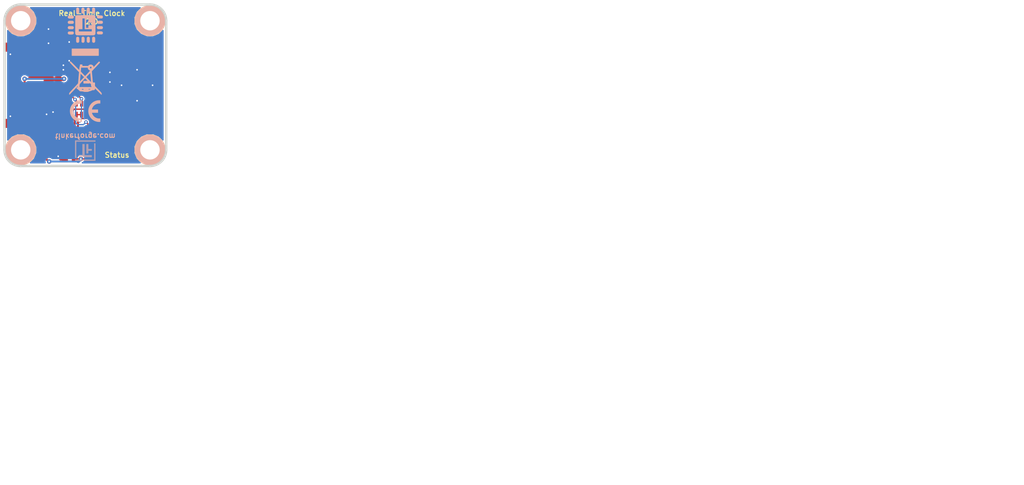
<source format=kicad_pcb>
(kicad_pcb (version 4) (host pcbnew 4.0.2+dfsg1-stable)
  (title_block (title "Real Time Clock Bricklet") (date 2018-01-15) (rev 2.0) (company "Tinkerforge GmbH") (comment 1 "Licensed under CERN OHL v.1.1") (comment 2 "Copyright (©) 2018, B.Nordmeyer <bastian@tinkerforge.com>"))
  (layers (0 Vorderseite signal) (31 Rückseite signal) (34 B.Paste user) (35 F.Paste user) (36 B.SilkS user) (37 F.SilkS user) (38 B.Mask user) (39 F.Mask user) (44 Edge.Cuts user))
  (net 0 "")
  (net 1 GND)
  (net 2 SCL)
  (net 3 SDA)
  (net 4 "Net-(P1-Pad6)")
  (net 5 "Net-(U2-Pad1)")
  (net 6 "Net-(U2-Pad2)")
  (net 7 3V3)
  (net 8 "Net-(BT1-Pad1)")
  (net 9 "Net-(C1-Pad1)")
  (net 10 "Net-(D1-Pad2)")
  (net 11 "Net-(P1-Pad4)")
  (net 12 "Net-(P1-Pad5)")
  (net 13 "Net-(P2-Pad1)")
  (net 14 "Net-(P3-Pad2)")
  (net 15 S-MISO)
  (net 16 S-MOSI)
  (net 17 S-CLK)
  (net 18 S-CS)
  (net 19 INT)
  (net 20 "Net-(R1-Pad1)")
  (net 21 "Net-(P1-Pad1)")
  (net 22 "Net-(RP2-Pad4)")
  (net 23 "Net-(U1-Pad3)")
  (net 24 "Net-(U1-Pad4)")
  (net 25 "Net-(U1-Pad5)")
  (net 26 "Net-(U1-Pad6)")
  (net 27 "Net-(U1-Pad7)")
  (net 28 "Net-(U1-Pad8)")
  (net 29 "Net-(U1-Pad11)")
  (net 30 "Net-(U1-Pad12)")
  (net 31 "Net-(U1-Pad14)")
  (net 32 "Net-(U1-Pad15)")
  (net 33 "Net-(U1-Pad18)")
  (net 34 "Net-(U1-Pad21)")
  (module kicad-libraries:QFN24-4x4mm-0.5mm (layer Vorderseite) (at 135.4 108.7)
    (fp_text reference U1)
    (fp_text value XMC1100)
    (pad 1 smd oval (at -2.025 -1.25) (size 1 0.3) (layers Vorderseite F.Paste F.Mask) (net 15 S-MISO))
    (pad 2 smd oval (at -2.025 -0.75) (size 1 0.3) (layers Vorderseite F.Paste F.Mask) (net 14 "Net-(P3-Pad2)"))
    (pad 3 smd oval (at -2.025 -0.25) (size 1 0.3) (layers Vorderseite F.Paste F.Mask) (net 23 "Net-(U1-Pad3)"))
    (pad 4 smd oval (at -2.025 0.25) (size 1 0.3) (layers Vorderseite F.Paste F.Mask) (net 24 "Net-(U1-Pad4)"))
    (pad 5 smd oval (at -2.025 0.75) (size 1 0.3) (layers Vorderseite F.Paste F.Mask) (net 25 "Net-(U1-Pad5)"))
    (pad 6 smd oval (at -2.025 1.25) (size 1 0.3) (layers Vorderseite F.Paste F.Mask) (net 26 "Net-(U1-Pad6)"))
    (pad 7 smd oval (at -1.25 2.025 90) (size 1 0.3) (layers Vorderseite F.Paste F.Mask) (net 27 "Net-(U1-Pad7)"))
    (pad 8 smd oval (at -0.75 2.025 90) (size 1 0.3) (layers Vorderseite F.Paste F.Mask) (net 28 "Net-(U1-Pad8)"))
    (pad 9 smd oval (at -0.25 2.025 90) (size 1 0.3) (layers Vorderseite F.Paste F.Mask) (net 1 GND))
    (pad 10 smd oval (at 0.25 2.025 90) (size 1 0.3) (layers Vorderseite F.Paste F.Mask) (net 7 3V3))
    (pad 11 smd oval (at 0.75 2.025 90) (size 1 0.3) (layers Vorderseite F.Paste F.Mask) (net 29 "Net-(U1-Pad11)"))
    (pad 12 smd oval (at 1.25 2.025 90) (size 1 0.3) (layers Vorderseite F.Paste F.Mask) (net 30 "Net-(U1-Pad12)"))
    (pad 13 smd oval (at 2.025 1.25) (size 1 0.3) (layers Vorderseite F.Paste F.Mask) (net 20 "Net-(R1-Pad1)"))
    (pad 14 smd oval (at 2.025 0.75) (size 1 0.3) (layers Vorderseite F.Paste F.Mask) (net 31 "Net-(U1-Pad14)"))
    (pad 15 smd oval (at 2.025 0.25) (size 1 0.3) (layers Vorderseite F.Paste F.Mask) (net 32 "Net-(U1-Pad15)"))
    (pad 16 smd oval (at 2.025 -0.25) (size 1 0.3) (layers Vorderseite F.Paste F.Mask) (net 13 "Net-(P2-Pad1)"))
    (pad 17 smd oval (at 2.025 -0.75) (size 1 0.3) (layers Vorderseite F.Paste F.Mask) (net 3 SDA))
    (pad 18 smd oval (at 2.025 -1.25) (size 1 0.3) (layers Vorderseite F.Paste F.Mask) (net 33 "Net-(U1-Pad18)"))
    (pad 19 smd oval (at 1.25 -2.025 90) (size 1 0.3) (layers Vorderseite F.Paste F.Mask) (net 2 SCL))
    (pad 20 smd oval (at 0.75 -2.025 90) (size 1 0.3) (layers Vorderseite F.Paste F.Mask) (net 19 INT))
    (pad 21 smd oval (at 0.25 -2.025 90) (size 1 0.3) (layers Vorderseite F.Paste F.Mask) (net 34 "Net-(U1-Pad21)"))
    (pad 22 smd oval (at -0.25 -2.025 90) (size 1 0.3) (layers Vorderseite F.Paste F.Mask) (net 18 S-CS))
    (pad 23 smd oval (at -0.75 -2.025 90) (size 1 0.3) (layers Vorderseite F.Paste F.Mask) (net 17 S-CLK))
    (pad 24 smd oval (at -1.25 -2.025 90) (size 1 0.3) (layers Vorderseite F.Paste F.Mask) (net 16 S-MOSI))
    (pad EXP smd rect (at 0.65 0.65) (size 1.3 1.3) (layers Vorderseite F.Paste F.Mask) (net 1 GND))
    (pad EXP smd rect (at 0.65 -0.65) (size 1.3 1.3) (layers Vorderseite F.Paste F.Mask) (net 1 GND))
    (pad EXP smd rect (at -0.65 0.65) (size 1.3 1.3) (layers Vorderseite F.Paste F.Mask) (net 1 GND))
    (pad EXP smd rect (at -0.65 -0.65) (size 1.3 1.3) (layers Vorderseite F.Paste F.Mask) (net 1 GND))
  )
  (module kicad-libraries:4X0603 (layer Vorderseite) (at 137.6 104.3)
    (fp_text reference RP2)
    (fp_text value 2k2)
    (pad 1 smd rect (at -1.19888 -0.8509) (size 0.44958 0.89916) (layers Vorderseite F.Paste F.Mask) (net 3 SDA))
    (pad 2 smd rect (at -0.39878 -0.8509) (size 0.44958 0.89916) (layers Vorderseite F.Paste F.Mask) (net 2 SCL))
    (pad 3 smd rect (at 0.39878 -0.8509) (size 0.44958 0.89916) (layers Vorderseite F.Paste F.Mask) (net 19 INT))
    (pad 4 smd rect (at 1.19888 -0.8509) (size 0.44958 0.89916) (layers Vorderseite F.Paste F.Mask) (net 22 "Net-(RP2-Pad4)"))
    (pad 5 smd rect (at 1.19888 0.8509) (size 0.44958 0.89916) (layers Vorderseite F.Paste F.Mask) (net 7 3V3))
    (pad 6 smd rect (at 0.39878 0.8509) (size 0.44958 0.89916) (layers Vorderseite F.Paste F.Mask) (net 7 3V3))
    (pad 7 smd rect (at -0.39878 0.8509) (size 0.44958 0.89916) (layers Vorderseite F.Paste F.Mask) (net 7 3V3))
    (pad 8 smd rect (at -1.19888 0.8509) (size 0.44958 0.89916) (layers Vorderseite F.Paste F.Mask) (net 7 3V3))
  )
  (module kicad-libraries:4X0402 (layer Vorderseite) (at 132.3 102.4 270)
    (fp_text reference RP1)
    (fp_text value 82)
    (pad 1 smd rect (at -0.7493 0.575 90) (size 0.29972 0.65) (layers Vorderseite F.Paste F.Mask) (net 11 "Net-(P1-Pad4)"))
    (pad 2 smd rect (at -0.24892 0.575 90) (size 0.29972 0.65) (layers Vorderseite F.Paste F.Mask) (net 12 "Net-(P1-Pad5)"))
    (pad 3 smd rect (at 0.24892 0.575 90) (size 0.29972 0.65) (layers Vorderseite F.Paste F.Mask) (net 4 "Net-(P1-Pad6)"))
    (pad 4 smd rect (at 0.7493 0.575 90) (size 0.29972 0.65) (layers Vorderseite F.Paste F.Mask) (net 9 "Net-(C1-Pad1)"))
    (pad 5 smd rect (at 0.7493 -0.575 270) (size 0.29972 0.65) (layers Vorderseite F.Paste F.Mask) (net 15 S-MISO))
    (pad 6 smd rect (at 0.24892 -0.575 270) (size 0.29972 0.65) (layers Vorderseite F.Paste F.Mask) (net 16 S-MOSI))
    (pad 7 smd rect (at -0.24892 -0.575 270) (size 0.29972 0.65) (layers Vorderseite F.Paste F.Mask) (net 17 S-CLK))
    (pad 8 smd rect (at -0.7493 -0.575 270) (size 0.29972 0.65) (layers Vorderseite F.Paste F.Mask) (net 18 S-CS))
  )
  (module kicad-libraries:R0603F (layer Vorderseite) (at 139.6 109.9)
    (fp_text reference R1)
    (fp_text value 1k)
    (pad 1 smd rect (at -0.75 0) (size 0.9 0.9) (layers Vorderseite F.Paste F.Mask) (net 20 "Net-(R1-Pad1)"))
    (pad 2 smd rect (at 0.75 0) (size 0.9 0.9) (layers Vorderseite F.Paste F.Mask) (net 10 "Net-(D1-Pad2)"))
  )
  (module kicad-libraries:SolderJumper (layer Vorderseite) (at 131.8 106.3 270)
    (fp_text reference P3)
    (fp_text value Boot)
    (pad 2 smd rect (at 0.55 0 270) (size 0.3 1.4) (layers Vorderseite F.Mask) (net 14 "Net-(P3-Pad2)"))
    (pad 2 smd rect (at 0.15 0 270) (size 0.6 0.5) (layers Vorderseite F.Mask) (net 14 "Net-(P3-Pad2)"))
    (pad 1 smd rect (at -0.5 0 270) (size 0.4 1.4) (layers Vorderseite F.Mask) (net 1 GND))
    (pad 1 smd rect (at -0.225 0.55 270) (size 0.95 0.3) (layers Vorderseite F.Mask) (net 1 GND))
    (pad 1 smd rect (at -0.225 -0.55 270) (size 0.95 0.3) (layers Vorderseite F.Mask) (net 1 GND))
  )
  (module kicad-libraries:DEBUG_PAD (layer Vorderseite) (at 138.9 108.4)
    (fp_text reference P2)
    (fp_text value Debug)
    (pad 1 smd circle (at 0 0) (size 0.7 0.7) (layers Vorderseite F.Paste F.Mask) (net 13 "Net-(P2-Pad1)"))
  )
  (module kicad-libraries:CON-SENSOR2 (layer Vorderseite) (at 125.3 100.6 270)
    (fp_text reference P1)
    (fp_text value CON-SENSOR)
    (pad 1 smd rect (at -3.75 -4.6 270) (size 0.6 1.8) (layers Vorderseite F.Paste F.Mask) (net 21 "Net-(P1-Pad1)"))
    (pad 2 smd rect (at -2.5 -4.6 270) (size 0.6 1.8) (layers Vorderseite F.Paste F.Mask) (net 1 GND))
    (pad EP smd rect (at -5.9 -1.2 270) (size 1.4 2.4) (layers Vorderseite F.Paste F.Mask) (net 1 GND))
    (pad EP smd rect (at 5.9 -1.2 270) (size 1.4 2.4) (layers Vorderseite F.Paste F.Mask) (net 1 GND))
    (pad 3 smd rect (at -1.25 -4.6 270) (size 0.6 1.8) (layers Vorderseite F.Paste F.Mask) (net 7 3V3))
    (pad 4 smd rect (at 0 -4.6 270) (size 0.6 1.8) (layers Vorderseite F.Paste F.Mask) (net 11 "Net-(P1-Pad4)"))
    (pad 5 smd rect (at 1.25 -4.6 270) (size 0.6 1.8) (layers Vorderseite F.Paste F.Mask) (net 12 "Net-(P1-Pad5)"))
    (pad 6 smd rect (at 2.5 -4.6 270) (size 0.6 1.8) (layers Vorderseite F.Paste F.Mask) (net 4 "Net-(P1-Pad6)"))
    (pad 7 smd rect (at 3.75 -4.6 270) (size 0.6 1.8) (layers Vorderseite F.Paste F.Mask) (net 9 "Net-(C1-Pad1)"))
  )
  (module kicad-libraries:D0603F (layer Vorderseite) (at 142.7 109.9 180)
    (fp_text reference D1)
    (fp_text value blue)
    (pad 1 smd rect (at -0.75 0 180) (size 0.9 0.9) (layers Vorderseite F.Paste F.Mask) (net 7 3V3))
    (pad 2 smd rect (at 0.75 0 180) (size 0.9 0.9) (layers Vorderseite F.Paste F.Mask) (net 10 "Net-(D1-Pad2)"))
  )
  (module kicad-libraries:C0603F (layer Vorderseite) (at 140.8 97.8 270)
    (fp_text reference C6)
    (fp_text value 100nF)
    (pad 1 smd rect (at -0.75 0 270) (size 0.9 0.9) (layers Vorderseite F.Paste F.Mask) (net 8 "Net-(BT1-Pad1)"))
    (pad 2 smd rect (at 0.75 0 270) (size 0.9 0.9) (layers Vorderseite F.Paste F.Mask) (net 1 GND))
  )
  (module kicad-libraries:C0603F (layer Vorderseite) (at 140.8 100.8 90)
    (fp_text reference C5)
    (fp_text value 100nF)
    (pad 1 smd rect (at -0.75 0 90) (size 0.9 0.9) (layers Vorderseite F.Paste F.Mask) (net 7 3V3))
    (pad 2 smd rect (at 0.75 0 90) (size 0.9 0.9) (layers Vorderseite F.Paste F.Mask) (net 1 GND))
  )
  (module kicad-libraries:C0603F (layer Vorderseite) (at 135.4 112 180)
    (fp_text reference C4)
    (fp_text value 100nF)
    (pad 1 smd rect (at -0.75 0 180) (size 0.9 0.9) (layers Vorderseite F.Paste F.Mask) (net 7 3V3))
    (pad 2 smd rect (at 0.75 0 180) (size 0.9 0.9) (layers Vorderseite F.Paste F.Mask) (net 1 GND))
  )
  (module kicad-libraries:C0603F (layer Vorderseite) (at 133.6 98.9 90)
    (fp_text reference C3)
    (fp_text value 100nF)
    (pad 1 smd rect (at -0.75 0 90) (size 0.9 0.9) (layers Vorderseite F.Paste F.Mask) (net 7 3V3))
    (pad 2 smd rect (at 0.75 0 90) (size 0.9 0.9) (layers Vorderseite F.Paste F.Mask) (net 1 GND))
  )
  (module kicad-libraries:C0805E (layer Vorderseite) (at 132.1 98.7 90)
    (fp_text reference C2)
    (fp_text value 10uF)
    (pad 1 smd rect (at -0.95 0 90) (size 1.3 1.5) (layers Vorderseite F.Paste F.Mask) (net 7 3V3) (clearance 0.14986))
    (pad 2 smd rect (at 0.95 0 90) (size 1.3 1.5) (layers Vorderseite F.Paste F.Mask) (net 1 GND) (clearance 0.14986))
  )
  (module kicad-libraries:Fiducial_Mark (layer Vorderseite) (at 143.8 93.1)
    (fp_text reference Fiducial_Mark hide)
    (fp_text value VAL** hide)
    (pad 1 smd circle (at 0 0) (size 1.00076 1.00076) (layers Vorderseite F.Paste F.Mask) (clearance 0.65024))
  )
  (module kicad-libraries:Fiducial_Mark (layer Vorderseite) (at 131.8 89.6)
    (fp_text reference Fiducial_Mark hide)
    (fp_text value VAL** hide)
    (pad 1 smd circle (at 0 0) (size 1.00076 1.00076) (layers Vorderseite F.Paste F.Mask) (clearance 0.65024))
  )
  (module kicad-libraries:Fiducial_Mark (layer Vorderseite) (at 144.8 107.6)
    (fp_text reference Fiducial_Mark hide)
    (fp_text value VAL** hide)
    (pad 1 smd circle (at 0 0) (size 1.00076 1.00076) (layers Vorderseite F.Paste F.Mask) (clearance 0.65024))
  )
  (module kicad-libraries:CE_5mm (layer Rückseite) (at 137.8 104.6)
    (fp_text reference VAL hide)
    (fp_text value CE_5mm hide)
  )
  (module kicad-libraries:Logo_31x31 (layer Rückseite) (at 136.2 112.3)
    (fp_text reference G*** hide)
    (fp_text value Logo_31x31 hide)
  )
  (module kicad-libraries:DRILL_NP (layer Vorderseite) (at 127.8 90.6 270)
    (fp_text reference U3 hide)
    (fp_text value DRILL hide)
    (pad "" np_thru_hole circle (at 0 0 270) (size 2.99974 2.99974) (drill 2.99974) (layers *.Cu *.Mask F.SilkS) (clearance 0.89916))
  )
  (module kicad-libraries:DRILL_NP (layer Vorderseite) (at 127.8 110.6 90)
    (fp_text reference U6 hide)
    (fp_text value DRILL hide)
    (pad "" np_thru_hole circle (at 0 0 90) (size 2.99974 2.99974) (drill 2.99974) (layers *.Cu *.Mask F.SilkS) (clearance 0.89916))
  )
  (module kicad-libraries:DRILL_NP (layer Vorderseite) (at 147.8 90.6)
    (fp_text reference U5 hide)
    (fp_text value DRILL hide)
    (pad "" np_thru_hole circle (at 0 0) (size 2.99974 2.99974) (drill 2.99974) (layers *.Cu *.Mask F.SilkS) (clearance 0.89916))
  )
  (module kicad-libraries:DRILL_NP (layer Vorderseite) (at 147.8 110.6 90)
    (fp_text reference U4 hide)
    (fp_text value DRILL hide)
    (pad "" np_thru_hole circle (at 0 0 90) (size 2.99974 2.99974) (drill 2.99974) (layers *.Cu *.Mask F.SilkS) (clearance 0.89916))
  )
  (module kicad-libraries:Logo_CoMCU (layer Rückseite) (at 137.8 91.3)
    (fp_text reference G*** hide)
    (fp_text value LOGO hide)
  )
  (module kicad-libraries:WEEE_7mm (layer Rückseite) (at 137.8 98.5)
    (fp_text reference VAL hide)
    (fp_text value WEEE_7mm_back hide)
  )
  (module kicad-libraries:BATTERY_HOLDER_2998 (layer Vorderseite) (at 145.8 100.6 90)
    (fp_text reference BT1)
    (fp_text value BATTERY)
    (pad 1 smd rect (at -4.7 0 90) (size 1.78 5.08) (layers Vorderseite F.Paste F.Mask) (net 8 "Net-(BT1-Pad1)"))
    (pad 1 smd rect (at 4.7 0 90) (size 1.78 5.08) (layers Vorderseite F.Paste F.Mask) (net 8 "Net-(BT1-Pad1)"))
    (pad 2 smd rect (at 0 0 90) (size 3.96 3.96) (layers Vorderseite F.Mask) (net 1 GND))
  )
  (module kicad-libraries:SO-8 (layer Vorderseite) (at 137.2 98.2 180)
    (fp_text reference U2)
    (fp_text value PCF85263AT)
    (pad 1 smd rect (at -1.90246 2.86766) (size 0.79756 2.19964) (layers Vorderseite F.Paste F.Mask) (net 5 "Net-(U2-Pad1)"))
    (pad 2 smd rect (at -0.63246 2.86766) (size 0.79756 2.19964) (layers Vorderseite F.Paste F.Mask) (net 6 "Net-(U2-Pad2)"))
    (pad 3 smd rect (at 0.63246 2.86766) (size 0.79756 2.19964) (layers Vorderseite F.Paste F.Mask) (net 8 "Net-(BT1-Pad1)"))
    (pad 4 smd rect (at 1.90246 2.86766) (size 0.79756 2.19964) (layers Vorderseite F.Paste F.Mask) (net 1 GND))
    (pad 5 smd rect (at 1.90246 -2.86766 180) (size 0.79756 2.19964) (layers Vorderseite F.Paste F.Mask) (net 3 SDA))
    (pad 6 smd rect (at 0.63246 -2.86766 180) (size 0.79756 2.19964) (layers Vorderseite F.Paste F.Mask) (net 2 SCL))
    (pad 7 smd rect (at -0.63246 -2.86766 180) (size 0.79756 2.19964) (layers Vorderseite F.Paste F.Mask) (net 19 INT))
    (pad 8 smd rect (at -1.90246 -2.86766 180) (size 0.79756 2.19964) (layers Vorderseite F.Paste F.Mask) (net 7 3V3))
  )
  (module kicad-libraries:AB26TRQ (layer Vorderseite) (at 132.1 93 90)
    (fp_text reference X1)
    (fp_text value 32.768kHz)
    (pad 3 smd rect (at 0 0 90) (size 1.5 2.4) (layers Vorderseite F.Paste F.Mask) (net 1 GND))
    (pad 1 smd rect (at -0.45 5.55 90) (size 0.6 1.1) (layers Vorderseite F.Paste F.Mask) (net 6 "Net-(U2-Pad2)"))
    (pad 2 smd rect (at 0.45 5.55 90) (size 0.6 1.1) (layers Vorderseite F.Paste F.Mask) (net 5 "Net-(U2-Pad1)"))
  )
  (module kicad-libraries:C0402F (layer Vorderseite) (at 132.3 104.1)
    (fp_text reference C1)
    (fp_text value 220pF)
    (pad 2 smd rect (at 0.5 0) (size 0.6 0.7) (layers Vorderseite F.Paste F.Mask) (net 1 GND))
    (pad 1 smd rect (at -0.5 0) (size 0.6 0.7) (layers Vorderseite F.Paste F.Mask) (net 9 "Net-(C1-Pad1)"))
  )
  (gr_text Status (at 142.7 111.4) (layer F.SilkS) (effects (font (size 0.8001 0.8001) (thickness 0.14986))))
  (gr_line (start 150.3 110.6) (end 150.3 90.6) (angle 90) (layer Edge.Cuts) (width 0.381))
  (gr_line (start 127.8 113.1) (end 147.8 113.1) (angle 90) (layer Edge.Cuts) (width 0.381))
  (gr_line (start 125.3 90.6) (end 125.3 110.6) (angle 90) (layer Edge.Cuts) (width 0.381))
  (gr_line (start 147.8 88.1) (end 127.8 88.1) (angle 90) (layer Edge.Cuts) (width 0.381))
  (gr_arc (start 127.8 90.6) (end 125.3 90.6) (angle 90) (layer Edge.Cuts) (width 0.381))
  (gr_arc (start 127.8 110.6) (end 127.8 113.1) (angle 90) (layer Edge.Cuts) (width 0.381))
  (gr_arc (start 147.8 110.6) (end 150.3 110.6) (angle 90) (layer Edge.Cuts) (width 0.381))
  (gr_arc (start 147.8 90.6) (end 147.8 88.1) (angle 90) (layer Edge.Cuts) (width 0.381))
  (gr_text tinkerforge.com (at 137.8 108.5 180) (layer B.SilkS) (effects (font (size 0.8001 0.8001) (thickness 0.14986)) (justify mirror)))
  (gr_text "Real-Time Clock\n2.0" (at 138.8 90.1) (layer F.SilkS) (effects (font (size 0.8001 0.8001) (thickness 0.14986))))
  (segment (start 132.8 104.1) (end 132.8 104.75) (width 0.5) (layer Vorderseite) (net 1))
  (via (at 132.8 104.75) (size 0.55) (drill 0.25) (layers Vorderseite Rückseite) (net 1))
  (segment (start 131.8 105.8) (end 132.3 105.8) (width 0.2) (layer Vorderseite) (net 1))
  (segment (start 132.3 105.8) (end 132.3 106.2) (width 0.2) (layer Vorderseite) (net 1))
  (segment (start 132.3 106.2) (end 132.35 106.075) (width 0.2) (layer Vorderseite) (net 1))
  (segment (start 131.25 106.075) (end 131.25 105.85) (width 0.2) (layer Vorderseite) (net 1))
  (segment (start 131.25 105.85) (end 131.3 105.8) (width 0.2) (layer Vorderseite) (net 1))
  (segment (start 131.3 105.8) (end 131.8 105.8) (width 0.2) (layer Vorderseite) (net 1))
  (segment (start 131.8 105.8) (end 131.8 105.1) (width 0.2) (layer Vorderseite) (net 1))
  (via (at 131.8 105.1) (size 0.7) (drill 0.25) (layers Vorderseite Rückseite) (net 1))
  (segment (start 132.1 93) (end 132.1 91.9) (width 0.5) (layer Vorderseite) (net 1))
  (via (at 132.1 91.9) (size 0.7) (drill 0.25) (layers Vorderseite Rückseite) (net 1))
  (segment (start 132.1 93) (end 132.1 94.1) (width 0.5) (layer Vorderseite) (net 1))
  (via (at 132.1 94.1) (size 0.7) (drill 0.25) (layers Vorderseite Rückseite) (net 1))
  (segment (start 135.29754 95.33234) (end 135.29754 93.90246) (width 0.5) (layer Vorderseite) (net 1))
  (via (at 135.3 93.9) (size 0.7) (drill 0.25) (layers Vorderseite Rückseite) (net 1))
  (segment (start 135.29754 93.90246) (end 135.3 93.9) (width 0.5) (layer Vorderseite) (net 1))
  (segment (start 135.29754 95.33234) (end 135.29754 96.79754) (width 0.5) (layer Vorderseite) (net 1))
  (via (at 135.3 96.8) (size 0.7) (drill 0.25) (layers Vorderseite Rückseite) (net 1))
  (segment (start 135.29754 96.79754) (end 135.3 96.8) (width 0.5) (layer Vorderseite) (net 1))
  (segment (start 140.8 98.55) (end 141.55 98.55) (width 0.5) (layer Vorderseite) (net 1))
  (via (at 141.6 98.6) (size 0.7) (drill 0.25) (layers Vorderseite Rückseite) (net 1))
  (segment (start 141.55 98.55) (end 141.6 98.6) (width 0.5) (layer Vorderseite) (net 1))
  (segment (start 140.8 100.05) (end 141.55 100.05) (width 0.5) (layer Vorderseite) (net 1))
  (via (at 141.6 100.1) (size 0.7) (drill 0.25) (layers Vorderseite Rückseite) (net 1))
  (segment (start 141.55 100.05) (end 141.6 100.1) (width 0.5) (layer Vorderseite) (net 1))
  (segment (start 136.05 109.35) (end 136.05 108.05) (width 0.29972) (layer Vorderseite) (net 1))
  (segment (start 134.75 109.35) (end 136.05 109.35) (width 0.29972) (layer Vorderseite) (net 1))
  (segment (start 134.75 109.35) (end 134.75 108.05) (width 0.29972) (layer Vorderseite) (net 1))
  (segment (start 135.15 110.725) (end 135.15 109.75) (width 0.29972) (layer Vorderseite) (net 1))
  (segment (start 135.15 109.75) (end 134.75 109.35) (width 0.29972) (layer Vorderseite) (net 1))
  (segment (start 135.15 110.725) (end 135.15 111.25) (width 0.29972) (layer Vorderseite) (net 1))
  (segment (start 135.15 111.25) (end 134.65 111.75) (width 0.29972) (layer Vorderseite) (net 1))
  (segment (start 134.65 111.75) (end 134.65 112) (width 0.29972) (layer Vorderseite) (net 1))
  (segment (start 134.65 112) (end 134 112) (width 0.5) (layer Vorderseite) (net 1))
  (via (at 133.6 111.6) (size 0.7) (drill 0.25) (layers Vorderseite Rückseite) (net 1))
  (segment (start 134 112) (end 133.6 111.6) (width 0.5) (layer Vorderseite) (net 1))
  (segment (start 133.6 98.15) (end 133.75 98.15) (width 0.59944) (layer Vorderseite) (net 1))
  (segment (start 133.75 98.15) (end 134.4 97.5) (width 0.59944) (layer Vorderseite) (net 1))
  (via (at 134.4 97.5) (size 0.7) (drill 0.25) (layers Vorderseite Rückseite) (net 1))
  (segment (start 133.6 98.15) (end 134.35 98.15) (width 0.59944) (layer Vorderseite) (net 1))
  (via (at 134.4 98.2) (size 0.7) (drill 0.25) (layers Vorderseite Rückseite) (net 1))
  (segment (start 134.35 98.15) (end 134.4 98.2) (width 0.59944) (layer Vorderseite) (net 1))
  (segment (start 132.1 97.75) (end 132.75 97.75) (width 0.59944) (layer Vorderseite) (net 1))
  (segment (start 132.75 97.75) (end 133.15 98.15) (width 0.59944) (layer Vorderseite) (net 1))
  (segment (start 133.15 98.15) (end 133.6 98.15) (width 0.59944) (layer Vorderseite) (net 1))
  (segment (start 129.9 98.1) (end 130.9 98.1) (width 0.59944) (layer Vorderseite) (net 1))
  (segment (start 131.25 97.75) (end 132.1 97.75) (width 0.59944) (layer Vorderseite) (net 1))
  (segment (start 130.9 98.1) (end 131.25 97.75) (width 0.59944) (layer Vorderseite) (net 1))
  (via (at 143.4 100.6) (size 0.70104) (layers Vorderseite Rückseite) (net 1))
  (segment (start 145.8 100.6) (end 143.4 100.6) (width 0.8001) (layer Vorderseite) (net 1))
  (via (at 148.2 100.6) (size 0.70104) (layers Vorderseite Rückseite) (net 1))
  (segment (start 145.8 100.6) (end 148.2 100.6) (width 0.8001) (layer Vorderseite) (net 1))
  (via (at 145.8 98.2) (size 0.70104) (layers Vorderseite Rückseite) (net 1))
  (segment (start 145.8 100.6) (end 145.8 98.2) (width 0.8001) (layer Vorderseite) (net 1))
  (via (at 145.8 103) (size 0.70104) (layers Vorderseite Rückseite) (net 1))
  (segment (start 145.8 100.6) (end 145.8 103) (width 0.8001) (layer Vorderseite) (net 1))
  (segment (start 126.19916 105.40084) (end 126.2 105.4) (width 0.8001) (layer Vorderseite) (net 1))
  (via (at 126.2 105.4) (size 0.70104) (layers Vorderseite Rückseite) (net 1))
  (segment (start 126.19916 106.39882) (end 126.19916 105.40084) (width 0.8001) (layer Vorderseite) (net 1))
  (segment (start 126.19916 95.79916) (end 126.2 95.8) (width 0.8001) (layer Vorderseite) (net 1))
  (via (at 126.2 95.8) (size 0.70104) (layers Vorderseite Rückseite) (net 1))
  (segment (start 126.19916 94.80118) (end 126.19916 95.79916) (width 0.8001) (layer Vorderseite) (net 1))
  (segment (start 136.65 106.675) (end 136.65 106.35) (width 0.2) (layer Vorderseite) (net 2))
  (segment (start 136.65 106.35) (end 136.9 106.1) (width 0.2) (layer Vorderseite) (net 2))
  (via (at 136.9 106.1) (size 0.55) (drill 0.25) (layers Vorderseite Rückseite) (net 2))
  (segment (start 136.9 106.1) (end 137.2 105.8) (width 0.2) (layer Rückseite) (net 2))
  (segment (start 137.2 105.8) (end 137.2 102.7) (width 0.2) (layer Rückseite) (net 2))
  (via (at 137.2 102.7) (size 0.55) (drill 0.25) (layers Vorderseite Rückseite) (net 2))
  (segment (start 136.56754 101.06766) (end 136.56754 102.06754) (width 0.2) (layer Vorderseite) (net 2))
  (segment (start 136.56754 102.06754) (end 137.2 102.7) (width 0.2) (layer Vorderseite) (net 2))
  (segment (start 137.2 102.7) (end 137.20122 102.70122) (width 0.2) (layer Vorderseite) (net 2))
  (segment (start 137.20122 102.70122) (end 137.20122 103.4491) (width 0.2) (layer Vorderseite) (net 2))
  (segment (start 137.425 107.95) (end 137.95 107.95) (width 0.2) (layer Vorderseite) (net 3))
  (segment (start 138.2 106.6) (end 137.9 106.3) (width 0.2) (layer Vorderseite) (net 3))
  (segment (start 138.2 107.7) (end 138.2 106.6) (width 0.2) (layer Vorderseite) (net 3))
  (segment (start 137.95 107.95) (end 138.2 107.7) (width 0.2) (layer Vorderseite) (net 3))
  (via (at 136.2 102.8) (size 0.55) (drill 0.25) (layers Vorderseite Rückseite) (net 3))
  (via (at 137.9 106.3) (size 0.55) (drill 0.25) (layers Vorderseite Rückseite) (net 3))
  (segment (start 137.9 106.3) (end 137.5 106.7) (width 0.2) (layer Rückseite) (net 3))
  (segment (start 137.5 106.7) (end 136.6 106.7) (width 0.2) (layer Rückseite) (net 3))
  (segment (start 136.6 106.7) (end 136.3 106.4) (width 0.2) (layer Rückseite) (net 3))
  (segment (start 136.3 106.4) (end 136.3 102.9) (width 0.2) (layer Rückseite) (net 3))
  (segment (start 136.3 102.9) (end 136.2 102.8) (width 0.2) (layer Rückseite) (net 3))
  (segment (start 136.40112 103.4491) (end 136.40112 103.00112) (width 0.2) (layer Vorderseite) (net 3))
  (segment (start 136.40112 103.00112) (end 136.2 102.8) (width 0.2) (layer Vorderseite) (net 3))
  (segment (start 136.2 102.8) (end 135.29754 101.89754) (width 0.2) (layer Vorderseite) (net 3))
  (segment (start 135.29754 101.89754) (end 135.29754 101.06766) (width 0.2) (layer Vorderseite) (net 3))
  (segment (start 129.9 103.1) (end 130.6 103.1) (width 0.2) (layer Vorderseite) (net 4))
  (segment (start 130.6 103.1) (end 131.05108 102.64892) (width 0.2) (layer Vorderseite) (net 4))
  (segment (start 131.05108 102.64892) (end 131.725 102.64892) (width 0.2) (layer Vorderseite) (net 4))
  (segment (start 130.14338 103.16754) (end 130.0752 103.09936) (width 0.29972) (layer Vorderseite) (net 4))
  (segment (start 139.10246 95.33234) (end 139.10246 93.40246) (width 0.29972) (layer Vorderseite) (net 5))
  (segment (start 138.25 92.55) (end 137.65 92.55) (width 0.29972) (layer Vorderseite) (net 5))
  (segment (start 139.10246 93.40246) (end 138.25 92.55) (width 0.29972) (layer Vorderseite) (net 5))
  (segment (start 137.65 93.45) (end 137.65 95.14988) (width 0.29972) (layer Vorderseite) (net 6))
  (segment (start 137.65 95.14988) (end 137.83246 95.33234) (width 0.29972) (layer Vorderseite) (net 6))
  (segment (start 132.2 112.4) (end 132.1 112.4) (width 0.29972) (layer Vorderseite) (net 7))
  (segment (start 131.8 112.1) (end 131.8 108.6) (width 0.29972) (layer Vorderseite) (net 7))
  (segment (start 132.1 112.4) (end 131.8 112.1) (width 0.29972) (layer Vorderseite) (net 7))
  (segment (start 143.45 109.9) (end 143.45 110.55) (width 0.2) (layer Vorderseite) (net 7))
  (segment (start 140 110.8) (end 139.6 111.2) (width 0.2) (layer Vorderseite) (net 7))
  (segment (start 143.2 110.8) (end 140 110.8) (width 0.2) (layer Vorderseite) (net 7))
  (segment (start 143.45 110.55) (end 143.2 110.8) (width 0.2) (layer Vorderseite) (net 7))
  (segment (start 137.1 112) (end 138.8 112) (width 0.2) (layer Vorderseite) (net 7))
  (segment (start 139.6 106.6) (end 139.4 106.4) (width 0.2) (layer Vorderseite) (net 7))
  (segment (start 139.6 111.2) (end 139.6 106.6) (width 0.2) (layer Vorderseite) (net 7))
  (segment (start 138.8 112) (end 139.6 111.2) (width 0.2) (layer Vorderseite) (net 7))
  (segment (start 135.65 110.725) (end 135.65 111.25) (width 0.29972) (layer Vorderseite) (net 7))
  (segment (start 135.65 111.25) (end 136.15 111.75) (width 0.29972) (layer Vorderseite) (net 7))
  (segment (start 136.15 111.75) (end 136.15 112) (width 0.29972) (layer Vorderseite) (net 7))
  (segment (start 133.6 99.65) (end 134.45 99.65) (width 0.59944) (layer Vorderseite) (net 7))
  (segment (start 134.45 99.65) (end 134.5 99.6) (width 0.59944) (layer Vorderseite) (net 7))
  (via (at 134.5 99.6) (size 0.7) (drill 0.25) (layers Vorderseite Rückseite) (net 7))
  (segment (start 134.5 99.6) (end 128.4 99.6) (width 0.29972) (layer Rückseite) (net 7))
  (via (at 128.4 99.6) (size 0.7) (drill 0.25) (layers Vorderseite Rückseite) (net 7))
  (segment (start 128.4 99.6) (end 128.4 105.2) (width 0.29972) (layer Vorderseite) (net 7))
  (segment (start 128.4 105.2) (end 131.8 108.6) (width 0.29972) (layer Vorderseite) (net 7))
  (via (at 137.1 112) (size 0.7) (drill 0.25) (layers Vorderseite Rückseite) (net 7))
  (segment (start 136.7 112.4) (end 137.1 112) (width 0.5) (layer Rückseite) (net 7))
  (segment (start 132.2 112.4) (end 136.7 112.4) (width 0.29972) (layer Rückseite) (net 7))
  (via (at 132.2 112.4) (size 0.7) (drill 0.25) (layers Vorderseite Rückseite) (net 7))
  (segment (start 132.1 99.65) (end 133.6 99.65) (width 0.59944) (layer Vorderseite) (net 7))
  (segment (start 129.9 99.35) (end 131.8 99.35) (width 0.59944) (layer Vorderseite) (net 7))
  (segment (start 131.8 99.35) (end 132.1 99.65) (width 0.59944) (layer Vorderseite) (net 7))
  (segment (start 140.8 101.55) (end 139.5848 101.55) (width 0.2) (layer Vorderseite) (net 7))
  (segment (start 139.5848 101.55) (end 139.10246 101.06766) (width 0.2) (layer Vorderseite) (net 7))
  (segment (start 139.4 106.4) (end 139.4 106) (width 0.2) (layer Vorderseite) (net 7))
  (segment (start 139.4 106) (end 140.8 104.6) (width 0.2) (layer Vorderseite) (net 7))
  (segment (start 140.8 104.6) (end 140.8 101.55) (width 0.2) (layer Vorderseite) (net 7))
  (segment (start 138.15 105.75) (end 137.35 105.75) (width 0.2) (layer Vorderseite) (net 7))
  (segment (start 137.20122 105.60122) (end 137.20122 105.1509) (width 0.2) (layer Vorderseite) (net 7))
  (segment (start 137.35 105.75) (end 137.20122 105.60122) (width 0.2) (layer Vorderseite) (net 7))
  (segment (start 137.99878 105.1509) (end 137.99878 105.59878) (width 0.2) (layer Vorderseite) (net 7))
  (segment (start 137.99878 105.59878) (end 138.15 105.75) (width 0.2) (layer Vorderseite) (net 7))
  (segment (start 138.15 105.75) (end 138.19888 105.79888) (width 0.2) (layer Vorderseite) (net 7))
  (segment (start 138.19888 105.79888) (end 138.79888 105.79888) (width 0.2) (layer Vorderseite) (net 7))
  (segment (start 136.15 112) (end 137.1 112) (width 0.2) (layer Vorderseite) (net 7))
  (segment (start 138.79888 105.79888) (end 138.79888 105.1509) (width 0.2) (layer Vorderseite) (net 7))
  (segment (start 139.4 106.4) (end 138.79888 105.79888) (width 0.2) (layer Vorderseite) (net 7))
  (segment (start 136.40112 105.1509) (end 137.20122 105.1509) (width 0.2) (layer Vorderseite) (net 7))
  (segment (start 140.8 97.05) (end 141.65 97.05) (width 0.5) (layer Vorderseite) (net 8))
  (segment (start 142.8 95.9) (end 145.8 95.9) (width 0.5) (layer Vorderseite) (net 8))
  (segment (start 141.65 97.05) (end 142.8 95.9) (width 0.5) (layer Vorderseite) (net 8))
  (segment (start 136.56754 95.33234) (end 136.56754 96.36754) (width 0.5) (layer Vorderseite) (net 8))
  (segment (start 136.56754 96.36754) (end 137.3 97.1) (width 0.5) (layer Vorderseite) (net 8))
  (segment (start 137.3 97.1) (end 140.75 97.1) (width 0.5) (layer Vorderseite) (net 8))
  (segment (start 140.75 97.1) (end 140.8 97.05) (width 0.5) (layer Vorderseite) (net 8))
  (segment (start 143.6 105.3) (end 145.8 105.3) (width 0.5) (layer Vorderseite) (net 8))
  (segment (start 148 95.9) (end 145.8 95.9) (width 0.5) (layer Vorderseite) (net 8))
  (segment (start 148.4 105.3) (end 149.3 104.4) (width 0.5) (layer Vorderseite) (net 8))
  (segment (start 149.3 104.4) (end 149.3 97.2) (width 0.5) (layer Vorderseite) (net 8))
  (segment (start 149.3 97.2) (end 148 95.9) (width 0.5) (layer Vorderseite) (net 8))
  (segment (start 145.8 105.3) (end 148.4 105.3) (width 0.5) (layer Vorderseite) (net 8))
  (segment (start 129.9 104.35) (end 130.95 104.35) (width 0.2) (layer Vorderseite) (net 9))
  (segment (start 131.2 104.1) (end 131.65 104.1) (width 0.2) (layer Vorderseite) (net 9))
  (segment (start 130.95 104.35) (end 131.2 104.1) (width 0.2) (layer Vorderseite) (net 9))
  (segment (start 131.725 103.1493) (end 131.725 104.025) (width 0.2) (layer Vorderseite) (net 9))
  (segment (start 131.725 104.025) (end 131.65 104.1) (width 0.2) (layer Vorderseite) (net 9))
  (segment (start 140.35 109.9) (end 141.95 109.9) (width 0.2) (layer Vorderseite) (net 10))
  (segment (start 129.9 100.6) (end 130.4 100.6) (width 0.2) (layer Vorderseite) (net 11))
  (segment (start 130.4 100.6) (end 131.4507 101.6507) (width 0.2) (layer Vorderseite) (net 11))
  (segment (start 131.4507 101.6507) (end 131.725 101.6507) (width 0.2) (layer Vorderseite) (net 11))
  (segment (start 131.725 102.15108) (end 131.35108 102.15108) (width 0.2) (layer Vorderseite) (net 12))
  (segment (start 131.05 101.85) (end 129.9 101.85) (width 0.2) (layer Vorderseite) (net 12))
  (segment (start 131.35108 102.15108) (end 131.05 101.85) (width 0.2) (layer Vorderseite) (net 12))
  (segment (start 137.425 108.45) (end 138.85 108.45) (width 0.2) (layer Vorderseite) (net 13))
  (segment (start 138.85 108.45) (end 138.9 108.4) (width 0.2) (layer Vorderseite) (net 13))
  (segment (start 131.8 106.85) (end 131.8 106.45) (width 0.2) (layer Vorderseite) (net 14))
  (segment (start 133.375 107.95) (end 132.55 107.95) (width 0.2) (layer Vorderseite) (net 14))
  (segment (start 131.8 107.2) (end 131.8 106.85) (width 0.2) (layer Vorderseite) (net 14))
  (segment (start 132.55 107.95) (end 131.8 107.2) (width 0.2) (layer Vorderseite) (net 14))
  (segment (start 132.875 103.1493) (end 133.2493 103.1493) (width 0.2) (layer Vorderseite) (net 15))
  (segment (start 133.6 107.225) (end 133.375 107.45) (width 0.2) (layer Vorderseite) (net 15))
  (segment (start 133.6 103.5) (end 133.6 107.225) (width 0.2) (layer Vorderseite) (net 15))
  (segment (start 133.2493 103.1493) (end 133.6 103.5) (width 0.2) (layer Vorderseite) (net 15))
  (segment (start 134.15 106.675) (end 134.15 103.45) (width 0.2) (layer Vorderseite) (net 16))
  (segment (start 133.34892 102.64892) (end 132.875 102.64892) (width 0.2) (layer Vorderseite) (net 16))
  (segment (start 134.15 103.45) (end 133.34892 102.64892) (width 0.2) (layer Vorderseite) (net 16))
  (segment (start 134.65 106.675) (end 134.65 103.35) (width 0.2) (layer Vorderseite) (net 17))
  (segment (start 134.65 103.35) (end 133.45108 102.15108) (width 0.2) (layer Vorderseite) (net 17))
  (segment (start 133.45108 102.15108) (end 132.875 102.15108) (width 0.2) (layer Vorderseite) (net 17))
  (segment (start 135.15 106.675) (end 135.15 103.15) (width 0.2) (layer Vorderseite) (net 18))
  (segment (start 133.6507 101.6507) (end 132.875 101.6507) (width 0.2) (layer Vorderseite) (net 18))
  (segment (start 135.15 103.15) (end 133.6507 101.6507) (width 0.2) (layer Vorderseite) (net 18))
  (segment (start 136.15 106.675) (end 136.15 106.05) (width 0.2) (layer Vorderseite) (net 19))
  (segment (start 137.99878 104.00122) (end 137.99878 103.4491) (width 0.2) (layer Vorderseite) (net 19))
  (segment (start 137.7 104.3) (end 137.99878 104.00122) (width 0.2) (layer Vorderseite) (net 19))
  (segment (start 136.1 104.3) (end 137.7 104.3) (width 0.2) (layer Vorderseite) (net 19))
  (segment (start 135.8 104.6) (end 136.1 104.3) (width 0.2) (layer Vorderseite) (net 19))
  (segment (start 135.8 105.7) (end 135.8 104.6) (width 0.2) (layer Vorderseite) (net 19))
  (segment (start 136.15 106.05) (end 135.8 105.7) (width 0.2) (layer Vorderseite) (net 19))
  (segment (start 137.83246 101.06766) (end 137.83246 102.43246) (width 0.2) (layer Vorderseite) (net 19))
  (segment (start 137.99878 102.59878) (end 137.99878 103.4491) (width 0.2) (layer Vorderseite) (net 19))
  (segment (start 137.83246 102.43246) (end 137.99878 102.59878) (width 0.2) (layer Vorderseite) (net 19))
  (segment (start 137.425 109.95) (end 138.8 109.95) (width 0.2) (layer Vorderseite) (net 20))
  (segment (start 138.8 109.95) (end 138.85 109.9) (width 0.2) (layer Vorderseite) (net 20))
  (zone (net 1) (net_name GND) (layer Rückseite) (connect_pads (clearance 0.2)) (min_thickness 0.2) (fill yes (arc_segments 16) (thermal_gap 0.21) (thermal_bridge_width 0.21))
    (polygon (pts (xy 125.3 88.1) (xy 150.3 88.1) (xy 150.3 113.1) (xy 125.3 113.1)))
  )
)
</source>
